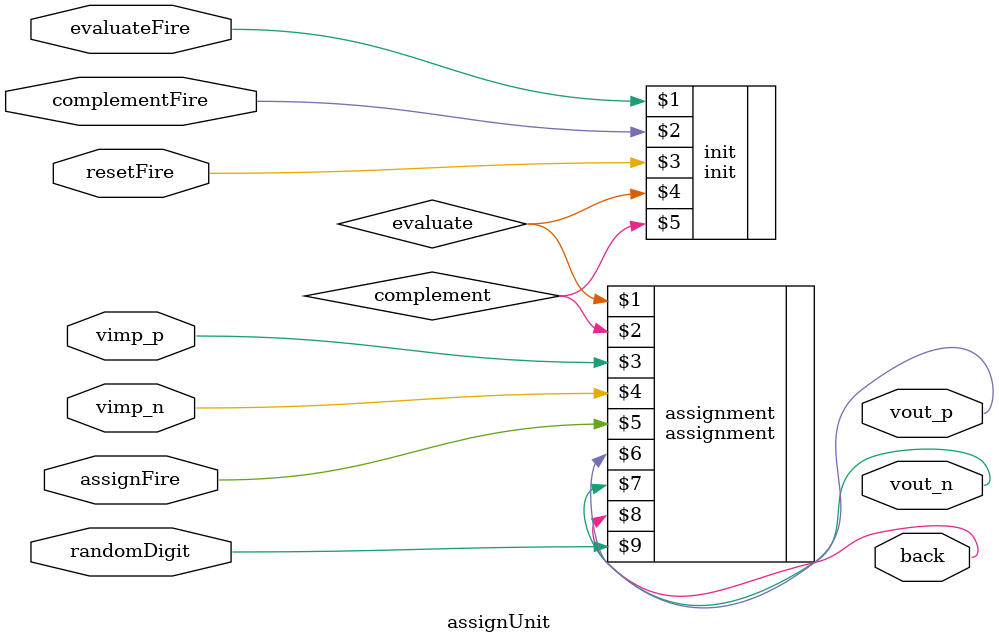
<source format=v>
module assignUnit(evaluateFire,complementFire,assignFire,vimp_p,vimp_n,resetFire,vout_p,vout_n,back,randomDigit);      
 
    input  evaluateFire,complementFire,assignFire,resetFire,vimp_p,vimp_n,randomDigit;     
    output  vout_p,vout_n,back;  
    wire  evaluate,complement;     
       
    (*DONT_TOUCH="yes"*)  assignment assignment(evaluate,complement,vimp_p,vimp_n,assignFire,vout_p,vout_n,back,randomDigit);   
    (*DONT_TOUCH="yes"*)  init init(evaluateFire,complementFire,resetFire,evaluate,complement);   
       
endmodule      
       
       

</source>
